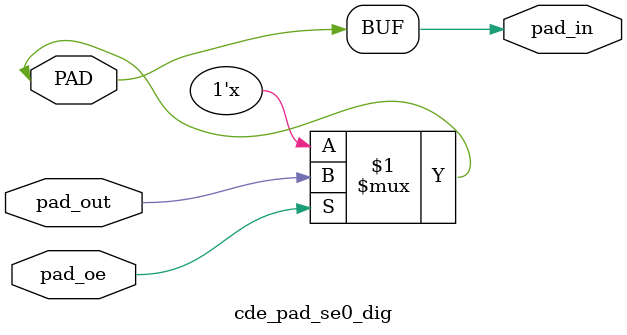
<source format=v>
/**********************************************************************/
/*                                                                    */
/*                                                                    */
/*   Copyright (c) 2012 Ouabache Design Works                         */
/*                                                                    */
/*          All Rights Reserved Worldwide                             */
/*                                                                    */
/*   Licensed under the Apache License,Version2.0 (the'License');     */
/*   you may not use this file except in compliance with the License. */
/*   You may obtain a copy of the License at                          */
/*                                                                    */
/*       http://www.apache.org/licenses/LICENSE-2.0                   */
/*                                                                    */
/*   Unless required by applicable law or agreed to in                */
/*   writing, software distributed under the License is               */
/*   distributed on an 'AS IS' BASIS, WITHOUT WARRANTIES              */
/*   OR CONDITIONS OF ANY KIND, either express or implied.            */
/*   See the License for the specific language governing              */
/*   permissions and limitations under the License.                   */
/**********************************************************************/

module  
cde_pad_se0_dig
#(parameter WIDTH=1)
(

inout  wire [WIDTH-1:0]     PAD,
output wire [WIDTH-1:0]     pad_in,
input  wire [WIDTH-1:0]     pad_out,
input  wire [WIDTH-1:0]     pad_oe

);
	   
assign           pad_in  = PAD;

generate
   genvar 		    i;
   for (i=0; i < 40; i=i+1) begin:m
   assign           PAD[i]     = pad_oe[i] ? pad_out[i]  : {1'bz};
   end   
endgenerate
   
endmodule



</source>
